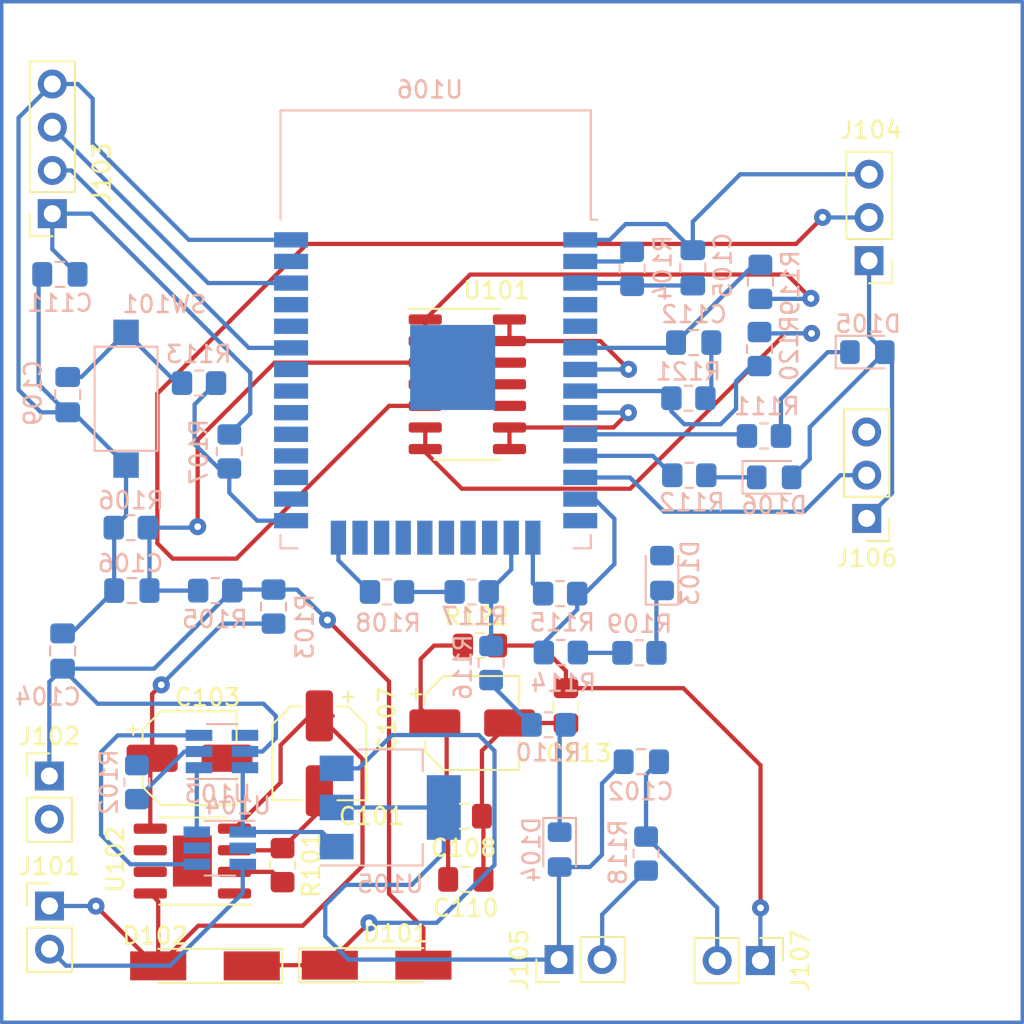
<source format=kicad_pcb>
(kicad_pcb (version 20211014) (generator pcbnew)
  (layers (0 "F.Cu" signal) (31 "B.Cu" signal) (34 "B.Paste" user) (35 "F.Paste" user) (36 "B.SilkS" user "B.Silkscreen") (37 "F.SilkS" user "F.Silkscreen") (38 "B.Mask" user) (39 "F.Mask" user) (44 "Edge.Cuts" user))
  (net 0 "")
  (net 1 "Net-(D102-Pad2)")
  (net 2 "GND1")
  (net 3 "+3V3")
  (net 4 "GND")
  (net 5 "Net-(C103-Pad1)")
  (net 6 "BAT+")
  (net 7 "Net-(C105-Pad2)")
  (net 8 "/VBAT")
  (net 9 "Net-(C109-Pad2)")
  (net 10 "Net-(D101-Pad1)")
  (net 11 "Net-(D103-Pad1)")
  (net 12 "Net-(D104-Pad1)")
  (net 13 "Net-(D105-Pad1)")
  (net 14 "Net-(D106-Pad1)")
  (net 15 "/SDA")
  (net 16 "/SCL")
  (net 17 "Net-(R101-Pad2)")
  (net 18 "Net-(R102-Pad2)")
  (net 19 "/IO0")
  (net 20 "Net-(R108-Pad1)")
  (net 21 "/CHRG")
  (net 22 "/STDBY")
  (net 23 "/ST")
  (net 24 "/LED4")
  (net 25 "/VBAT_ADC")
  (net 26 "Net-(C113-Pad2)")
  (net 27 "Net-(J104-Pad2)")
  (net 28 "Net-(J105-Pad2)")
  (net 29 "/CHG")
  (net 30 "/STDB")
  (net 31 "Net-(R119-Pad1)")
  (net 32 "Net-(R120-Pad1)")
  (net 33 "/ADC_EXT")
  (net 34 "/LUX_ADC")
  (net 35 "/IN1")
  (net 36 "/SENS_SOLO")
  (net 38 "Net-(U103-Pad1)")
  (net 39 "Net-(U103-Pad3)")
  (net 45 "/IN2")
  (net 59 "/RX")
  (net 60 "/TX")
  (net 62 "/DHT")
  (footprint "Connector_PinHeader_2.54mm:PinHeader_1x02_P2.54mm_Vertical" (layer "F.Cu") (at 97.8175 142.51)
    (fp_text reference "J102")
    (fp_text value "BAT")
  )
  (footprint "Capacitor_SMD:C_0805_2012Metric_Pad1.18x1.45mm_HandSolder" (layer "F.Cu") (at 122.2125 144.8725)
    (fp_text reference "C108")
    (fp_text value "100nF")
  )
  (footprint "Capacitor_SMD:CP_Elec_5x3" (layer "F.Cu") (at 122.68 139.3925)
    (fp_text reference "C107")
    (fp_text value "10uF")
  )
  (footprint "Connector_PinHeader_2.54mm:PinHeader_1x02_P2.54mm_Vertical" (layer "F.Cu") (at 97.8275 150.15)
    (fp_text reference "J101")
    (fp_text value "VIN")
  )
  (footprint "Package_SO:SOIC-8-1EP_3.9x4.9mm_P1.27mm_EP2.29x3mm" (layer "F.Cu") (at 106.2275 147.51 180)
    (fp_text reference "U102")
    (fp_text value "TP4056")
  )
  (footprint "Connector_PinHeader_2.54mm:PinHeader_1x02_P2.54mm_Vertical" (layer "F.Cu") (at 127.7775 153.3 90)
    (fp_text reference "J105")
    (fp_text value "VIN")
  )
  (footprint "Connector_PinHeader_2.54mm:PinHeader_1x02_P2.54mm_Vertical" (layer "F.Cu") (at 139.6175 153.36 -90)
    (fp_text reference "J107")
    (fp_text value "solo")
  )
  (footprint "Resistor_SMD:R_0805_2012Metric_Pad1.20x1.40mm_HandSolder" (layer "F.Cu") (at 123.1275 134.84)
    (fp_text reference "R122")
    (fp_text value "12K")
  )
  (footprint "Resistor_SMD:R_0805_2012Metric_Pad1.20x1.40mm_HandSolder" (layer "F.Cu") (at 111.5275 147.75 -90)
    (fp_text reference "R101")
    (fp_text value "10k")
  )
  (footprint "Diode_SMD:D_MiniMELF_Handsoldering" (layer "F.Cu") (at 106.9675 153.67 180)
    (fp_text reference "D102")
    (fp_text value "M7")
  )
  (footprint "Connector_PinSocket_2.54mm:PinSocket_1x04_P2.54mm_Vertical" (layer "F.Cu") (at 97.9925 109.45 180)
    (fp_text reference "J103")
    (fp_text value "DISPLAY")
  )
  (footprint "Package_SO:SOIC-14_3.9x8.7mm_P1.27mm" (layer "F.Cu") (at 122.3925 119.48)
    (fp_text reference "U101")
    (fp_text value "LM324")
  )
  (footprint "Capacitor_SMD:CP_Elec_5x3" (layer "F.Cu") (at 106.0625 141.465)
    (fp_text reference "C103")
    (fp_text value "10uF")
  )
  (footprint "Diode_SMD:D_MiniMELF_Handsoldering" (layer "F.Cu") (at 117.0575 153.63)
    (fp_text reference "D101")
    (fp_text value "M7")
  )
  (footprint "Connector_PinHeader_2.54mm:PinHeader_1x03_P2.54mm_Vertical" (layer "F.Cu") (at 145.8675 127.365 180)
    (fp_text reference "J106")
    (fp_text value "SENSOR_DHT")
  )
  (footprint "Capacitor_SMD:CP_Elec_5x3" (layer "F.Cu") (at 113.6925 141.175 -90)
    (fp_text reference "C101")
    (fp_text value "10uF")
  )
  (footprint "Capacitor_SMD:C_0805_2012Metric_Pad1.18x1.45mm_HandSolder" (layer "F.Cu") (at 128.1875 138.3825 90)
    (fp_text reference "C113")
    (fp_text value "100nF")
  )
  (footprint "Capacitor_SMD:C_0805_2012Metric_Pad1.18x1.45mm_HandSolder" (layer "F.Cu") (at 122.3 148.59 180)
    (fp_text reference "C110")
    (fp_text value "100nF")
  )
  (footprint "Connector_PinHeader_2.54mm:PinHeader_1x03_P2.54mm_Vertical" (layer "F.Cu") (at 146.0075 112.215 180)
    (fp_text reference "J104")
    (fp_text value "EXT")
  )
  (footprint "Capacitor_SMD:C_0805_2012Metric_Pad1.18x1.45mm_HandSolder" (layer "B.Cu") (at 135.6475 112.635 -90)
    (fp_text reference "C105")
    (fp_text value "100nF")
  )
  (footprint "Resistor_SMD:R_0805_2012Metric_Pad1.20x1.40mm_HandSolder" (layer "B.Cu") (at 132.8975 147.07 90)
    (fp_text reference "R118")
    (fp_text value "12K")
  )
  (footprint "Resistor_SMD:R_0805_2012Metric_Pad1.20x1.40mm_HandSolder" (layer "B.Cu") (at 102.605 127.91 180)
    (fp_text reference "R106")
    (fp_text value "R")
  )
  (footprint "Resistor_SMD:R_0805_2012Metric_Pad1.20x1.40mm_HandSolder" (layer "B.Cu") (at 139.6175 113.46 90)
    (fp_text reference "R119")
    (fp_text value "12K")
  )
  (footprint "Capacitor_SMD:C_0805_2012Metric_Pad1.18x1.45mm_HandSolder" (layer "B.Cu") (at 132.62 141.67)
    (fp_text reference "C102")
    (fp_text value "100nF")
  )
  (footprint "Resistor_SMD:R_0805_2012Metric_Pad1.20x1.40mm_HandSolder" (layer "B.Cu") (at 117.6675 131.69)
    (fp_text reference "R108")
    (fp_text value "4k7")
  )
  (footprint "Resistor_SMD:R_0805_2012Metric_Pad1.20x1.40mm_HandSolder" (layer "B.Cu") (at 102.9675 142.87 -90)
    (fp_text reference "R102")
    (fp_text value "1k")
  )
  (footprint "Capacitor_SMD:C_0805_2012Metric_Pad1.18x1.45mm_HandSolder" (layer "B.Cu") (at 102.6675 131.61 180)
    (fp_text reference "C106")
    (fp_text value "100nF")
  )
  (footprint "Resistor_SMD:R_0805_2012Metric_Pad1.20x1.40mm_HandSolder" (layer "B.Cu") (at 107.5675 131.61 180)
    (fp_text reference "R105")
    (fp_text value "R")
  )
  (footprint "Capacitor_SMD:C_0805_2012Metric_Pad1.18x1.45mm_HandSolder" (layer "B.Cu") (at 98.8975 120.09 90)
    (fp_text reference "C109")
    (fp_text value "1nF")
  )
  (footprint "Capacitor_SMD:C_0805_2012Metric_Pad1.18x1.45mm_HandSolder" (layer "B.Cu") (at 98.4375 113.02)
    (fp_text reference "C111")
    (fp_text value "100nF")
  )
  (footprint "Resistor_SMD:R_0805_2012Metric_Pad1.20x1.40mm_HandSolder" (layer "B.Cu") (at 135.3875 120.3 180)
    (fp_text reference "R121")
    (fp_text value "0R")
  )
  (footprint "Button_Switch_SMD:SW_SPST_CK_RS282G05A3" (layer "B.Cu") (at 102.3275 120.33 90)
    (fp_text reference "SW101")
    (fp_text value "BOOT")
  )
  (footprint "Package_TO_SOT_SMD:SOT-23-6_Handsoldering" (layer "B.Cu") (at 107.8375 146.75 180)
    (fp_text reference "U104")
    (fp_text value "FS8205A")
  )
  (footprint "LED_SMD:LED_0805_2012Metric_Pad1.15x1.40mm_HandSolder" (layer "B.Cu") (at 140.4275 124.95)
    (fp_text reference "D106")
    (fp_text value "LED4")
  )
  (footprint "LED_SMD:LED_0805_2012Metric_Pad1.15x1.40mm_HandSolder" (layer "B.Cu") (at 133.8375 130.5775 90)
    (fp_text reference "D103")
    (fp_text value "LED1")
  )
  (footprint "Resistor_SMD:R_0805_2012Metric_Pad1.20x1.40mm_HandSolder" (layer "B.Cu") (at 127.8875 135.25 180)
    (fp_text reference "R114")
    (fp_text value "R")
  )
  (footprint "Resistor_SMD:R_0805_2012Metric_Pad1.20x1.40mm_HandSolder" (layer "B.Cu") (at 108.3975 123.43 -90)
    (fp_text reference "R107")
    (fp_text value "4k7")
  )
  (footprint "Resistor_SMD:R_0805_2012Metric_Pad1.20x1.40mm_HandSolder" (layer "B.Cu") (at 127.8475 131.79 180)
    (fp_text reference "R115")
    (fp_text value "R")
  )
  (footprint "Resistor_SMD:R_0805_2012Metric_Pad1.20x1.40mm_HandSolder" (layer "B.Cu") (at 132.5075 135.27 180)
    (fp_text reference "R109")
    (fp_text value "R")
  )
  (footprint "Resistor_SMD:R_0805_2012Metric_Pad1.20x1.40mm_HandSolder" (layer "B.Cu") (at 122.6475 131.69 180)
    (fp_text reference "R117")
    (fp_text value "R")
  )
  (footprint "Resistor_SMD:R_0805_2012Metric_Pad1.20x1.40mm_HandSolder" (layer "B.Cu") (at 132.0775 112.695 -90)
    (fp_text reference "R104")
    (fp_text value "12K")
  )
  (footprint "Resistor_SMD:R_0805_2012Metric_Pad1.20x1.40mm_HandSolder" (layer "B.Cu") (at 135.4375 124.83 180)
    (fp_text reference "R112")
    (fp_text value "R")
  )
  (footprint "Resistor_SMD:R_0805_2012Metric_Pad1.20x1.40mm_HandSolder" (layer "B.Cu") (at 106.6175 119.41)
    (fp_text reference "R113")
    (fp_text value "470")
  )
  (footprint "LED_SMD:LED_0805_2012Metric_Pad1.15x1.40mm_HandSolder" (layer "B.Cu") (at 145.9075 117.59)
    (fp_text reference "D105")
    (fp_text value "LED3")
  )
  (footprint "Package_TO_SOT_SMD:SOT-223-3_TabPin2" (layer "B.Cu") (at 117.8575 144.36)
    (fp_text reference "U105")
    (fp_text value "AMS1117-3.3")
  )
  (footprint "RF_Module:ESP32-WROOM-32" (layer "B.Cu") (at 120.5275 119.245 180)
    (fp_text reference "U106")
    (fp_text value "ESP32-WROOM-32")
  )
  (footprint "Capacitor_SMD:C_0805_2012Metric_Pad1.18x1.45mm_HandSolder" (layer "B.Cu") (at 135.6975 117.03 180)
    (fp_text reference "C112")
    (fp_text value "100nF")
  )
  (footprint "Resistor_SMD:R_0805_2012Metric_Pad1.20x1.40mm_HandSolder" (layer "B.Cu") (at 110.9975 132.55 -90)
    (fp_text reference "R103")
    (fp_text value "100")
  )
  (footprint "Package_TO_SOT_SMD:SOT-23-6_Handsoldering" (layer "B.Cu") (at 107.9675 141.07)
    (fp_text reference "U103")
    (fp_text value "DW01")
  )
  (footprint "Capacitor_SMD:C_0805_2012Metric_Pad1.18x1.45mm_HandSolder" (layer "B.Cu") (at 98.5975 135.1625 90)
    (fp_text reference "C104")
    (fp_text value "100nF")
  )
  (footprint "Resistor_SMD:R_0805_2012Metric_Pad1.20x1.40mm_HandSolder" (layer "B.Cu") (at 139.5675 117.41 -90)
    (fp_text reference "R120")
    (fp_text value "OPEN")
  )
  (footprint "Resistor_SMD:R_0805_2012Metric_Pad1.20x1.40mm_HandSolder" (layer "B.Cu") (at 139.8275 122.52 180)
    (fp_text reference "R111")
    (fp_text value "R")
  )
  (footprint "Resistor_SMD:R_0805_2012Metric_Pad1.20x1.40mm_HandSolder" (layer "B.Cu") (at 127.1675 139.5 180)
    (fp_text reference "R110")
    (fp_text value "R")
  )
  (footprint "Resistor_SMD:R_0805_2012Metric_Pad1.20x1.40mm_HandSolder" (layer "B.Cu") (at 123.7875 135.87 90)
    (fp_text reference "R116")
    (fp_text value "R")
  )
  (footprint "LED_SMD:LED_0805_2012Metric_Pad1.15x1.40mm_HandSolder" (layer "B.Cu") (at 127.8175 146.835 -90)
    (fp_text reference "D104")
    (fp_text value "LED2")
  )
  (gr_rect (start 95.0175 96.99) (end 155.0175 156.99) (layer "F.Cu") (width 0.2) (fill none))
  (gr_rect (start 95.0175 156.99) (end 155.0175 96.99) (layer "B.Cu") (width 0.2) (fill none))
  (segment (start 103.7525 149.415) (end 103.7525 149.545) (width 0.25) (layer "F.Cu") (net 1))
  (segment (start 103.7525 149.415) (end 103.7525 149.565) (width 0.25) (layer "F.Cu") (net 1))
  (segment (start 113.1325 138.975) (end 113.6925 138.975) (width 0.25) (layer "F.Cu") (net 1))
  (segment (start 106.5775 151.31) (end 104.2175 153.67) (width 0.25) (layer "F.Cu") (net 1))
  (segment (start 100.5575 150.16) (end 104.0675 153.67) (width 0.25) (layer "F.Cu") (net 1))
  (segment (start 113.6925 138.975) (end 116.2275 141.51) (width 0.25) (layer "F.Cu") (net 1))
  (segment (start 112.7175 151.31) (end 106.5775 151.31) (width 0.25) (layer "F.Cu") (net 1))
  (segment (start 114.4725 138.975) (end 113.6925 138.975) (width 0.25) (layer "F.Cu") (net 1))
  (segment (start 108.7025 145.605) (end 111.4125 142.895) (width 0.25) (layer "F.Cu") (net 1))
  (segment (start 104.2175 153.67) (end 104.2175 149.88) (width 0.25) (layer "F.Cu") (net 1))
  (segment (start 104.0675 153.67) (end 104.2175 153.67) (width 0.25) (layer "F.Cu") (net 1))
  (segment (start 116.2275 147.8) (end 112.7175 151.31) (width 0.25) (layer "F.Cu") (net 1))
  (segment (start 111.4125 140.695) (end 113.1325 138.975) (width 0.25) (layer "F.Cu") (net 1))
  (segment (start 104.2175 149.88) (end 103.7525 149.415) (width 0.25) (layer "F.Cu") (net 1))
  (segment (start 111.4125 142.895) (end 111.4125 140.695) (width 0.25) (layer "F.Cu") (net 1))
  (segment (start 116.2275 141.51) (end 116.2275 147.8) (width 0.25) (layer "F.Cu") (net 1))
  (via (at 100.5575 150.16) (size 1) (drill 0.4) (layers "F.Cu" "B.Cu") (net 1))
  (segment (start 97.8275 150.15) (end 100.5475 150.15) (width 0.25) (layer "B.Cu") (net 1))
  (segment (start 100.5475 150.15) (end 100.5575 150.16) (width 0.25) (layer "B.Cu") (net 1))
  (segment (start 113.6925 144.585) (end 111.5275 146.75) (width 0.25) (layer "F.Cu") (net 2))
  (segment (start 111.4025 146.875) (end 111.5275 146.75) (width 0.25) (layer "F.Cu") (net 2))
  (segment (start 113.6925 143.375) (end 113.6925 144.585) (width 0.25) (layer "F.Cu") (net 2))
  (segment (start 108.7025 146.875) (end 111.4025 146.875) (width 0.25) (layer "F.Cu") (net 2))
  (segment (start 104.9175 153.66) (end 109.1875 149.39) (width 0.25) (layer "B.Cu") (net 2))
  (segment (start 109.1875 149.39) (end 109.1875 147.7) (width 0.25) (layer "B.Cu") (net 2))
  (segment (start 97.8275 152.69) (end 98.7975 153.66) (width 0.25) (layer "B.Cu") (net 2))
  (segment (start 98.7975 153.66) (end 104.9175 153.66) (width 0.25) (layer "B.Cu") (net 2))
  (segment (start 122.1275 134.84) (end 120.4375 134.84) (width 0.25) (layer "F.Cu") (net 3))
  (segment (start 119.6475 138.56) (end 120.48 139.3925) (width 0.25) (layer "F.Cu") (net 3))
  (segment (start 120.4375 134.84) (end 119.6475 135.63) (width 0.25) (layer "F.Cu") (net 3))
  (segment (start 121.2625 144.96) (end 121.175 144.8725) (width 0.25) (layer "F.Cu") (net 3))
  (segment (start 121.175 140.0875) (end 120.48 139.3925) (width 0.25) (layer "F.Cu") (net 3))
  (segment (start 121.2625 148.59) (end 121.2625 144.96) (width 0.25) (layer "F.Cu") (net 3))
  (segment (start 121.175 144.8725) (end 121.175 140.0875) (width 0.25) (layer "F.Cu") (net 3))
  (segment (start 120.48 139.3925) (end 120.38 139.4925) (width 0.25) (layer "F.Cu") (net 3))
  (segment (start 119.6475 135.63) (end 119.6475 138.56) (width 0.25) (layer "F.Cu") (net 3))
  (segment (start 115.4075 153.3) (end 114.0375 151.93) (width 0.25) (layer "B.Cu") (net 3))
  (segment (start 108.3975 122.43) (end 109.6275 121.2) (width 0.25) (layer "B.Cu") (net 3))
  (segment (start 130.3075 147.14) (end 129.5875 147.86) (width 0.25) (layer "B.Cu") (net 3))
  (segment (start 121.0075 147.02) (end 121.0075 144.36) (width 0.25) (layer "B.Cu") (net 3))
  (segment (start 141.4525 124.95) (end 142.5175 123.885) (width 0.25) (layer "B.Cu") (net 3))
  (segment (start 142.5175 122.005) (end 146.9325 117.59) (width 0.25) (layer "B.Cu") (net 3))
  (segment (start 97.9925 111.5375) (end 97.9925 109.45) (width 0.25) (layer "B.Cu") (net 3))
  (segment (start 99.475 113.02) (end 97.9925 111.5375) (width 0.25) (layer "B.Cu") (net 3))
  (segment (start 130.3075 142.945) (end 130.3075 147.14) (width 0.25) (layer "B.Cu") (net 3))
  (segment (start 131.5125 112.26) (end 129.0275 112.26) (width 0.25) (layer "B.Cu") (net 3))
  (segment (start 109.6275 121.2) (end 109.6275 118.8) (width 0.25) (layer "B.Cu") (net 3))
  (segment (start 142.5175 123.885) (end 142.5175 122.005) (width 0.25) (layer "B.Cu") (net 3))
  (segment (start 127.7775 147.9) (end 127.7775 153.3) (width 0.25) (layer "B.Cu") (net 3))
  (segment (start 147.3575 118.015) (end 146.9325 117.59) (width 0.25) (layer "B.Cu") (net 3))
  (segment (start 146.9325 117.59) (end 146.0075 116.665) (width 0.25) (layer "B.Cu") (net 3))
  (segment (start 119.1175 148.91) (end 121.0075 147.02) (width 0.25) (layer "B.Cu") (net 3))
  (segment (start 114.7075 144.36) (end 121.0075 144.36) (width 0.25) (layer "B.Cu") (net 3))
  (segment (start 100.2775 109.45) (end 97.9925 109.45) (width 0.25) (layer "B.Cu") (net 3))
  (segment (start 145.8675 127.365) (end 147.3575 125.875) (width 0.25) (layer "B.Cu") (net 3))
  (segment (start 114.0375 151.93) (end 114.0375 150.1) (width 0.25) (layer "B.Cu") (net 3))
  (segment (start 131.5825 141.67) (end 130.3075 142.945) (width 0.25) (layer "B.Cu") (net 3))
  (segment (start 127.8175 147.86) (end 127.7775 147.9) (width 0.25) (layer "B.Cu") (net 3))
  (segment (start 109.6275 118.8) (end 100.2775 109.45) (width 0.25) (layer "B.Cu") (net 3))
  (segment (start 115.2275 148.91) (end 119.1175 148.91) (width 0.25) (layer "B.Cu") (net 3))
  (segment (start 129.5875 147.86) (end 127.8175 147.86) (width 0.25) (layer "B.Cu") (net 3))
  (segment (start 132.0775 111.695) (end 131.5125 112.26) (width 0.25) (layer "B.Cu") (net 3))
  (segment (start 127.7775 153.3) (end 115.4075 153.3) (width 0.25) (layer "B.Cu") (net 3))
  (segment (start 146.0075 116.665) (end 146.0075 112.215) (width 0.25) (layer "B.Cu") (net 3))
  (segment (start 114.0375 150.1) (end 115.2275 148.91) (width 0.25) (layer "B.Cu") (net 3))
  (segment (start 147.3575 125.875) (end 147.3575 118.015) (width 0.25) (layer "B.Cu") (net 3))
  (segment (start 123.25 141.0225) (end 124.88 139.3925) (width 0.25) (layer "F.Cu") (net 4))
  (segment (start 123.3375 144.96) (end 123.25 144.8725) (width 0.25) (layer "F.Cu") (net 4))
  (segment (start 128.16 139.3925) (end 124.88 139.3925) (width 0.25) (layer "F.Cu") (net 4))
  (segment (start 128.1875 139.42) (end 128.16 139.3925) (width 0.25) (layer "F.Cu") (net 4))
  (segment (start 123.3375 148.59) (end 123.3375 144.96) (width 0.25) (layer "F.Cu") (net 4))
  (segment (start 123.25 144.8725) (end 123.25 141.0225) (width 0.25) (layer "F.Cu") (net 4))
  (segment (start 100.3675 102.7) (end 100.3675 105.34) (width 0.25) (layer "B.Cu") (net 4))
  (segment (start 97.325 121.1275) (end 98.8975 121.1275) (width 0.25) (layer "B.Cu") (net 4))
  (segment (start 132.8975 146.07) (end 132.8975 142.43) (width 0.25) (layer "B.Cu") (net 4))
  (segment (start 98.8975 121.1275) (end 99.225 121.1275) (width 0.25) (layer "B.Cu") (net 4))
  (segment (start 98.835 121.1275) (end 98.8975 121.1275) (width 0.25) (layer "B.Cu") (net 4))
  (segment (start 97.9925 101.83) (end 96.0075 103.815) (width 0.25) (layer "B.Cu") (net 4))
  (segment (start 126.2425 131.185) (end 126.2425 128.5) (width 0.25) (layer "B.Cu") (net 4))
  (segment (start 134.11 110.06) (end 131.6975 110.06) (width 0.25) (layer "B.Cu") (net 4))
  (segment (start 98.5975 134.125) (end 99.115 134.125) (width 0.25) (layer "B.Cu") (net 4))
  (segment (start 97.1875 119.48) (end 98.835 121.1275) (width 0.25) (layer "B.Cu") (net 4))
  (segment (start 102.3275 124.23) (end 102.3275 127.1875) (width 0.25) (layer "B.Cu") (net 4))
  (segment (start 99.225 121.1275) (end 102.3275 124.23) (width 0.25) (layer "B.Cu") (net 4))
  (segment (start 97.1875 113.2325) (end 97.1875 119.48) (width 0.25) (layer "B.Cu") (net 4))
  (segment (start 96.0075 103.815) (end 96.0075 119.81) (width 0.25) (layer "B.Cu") (net 4))
  (segment (start 97.9925 101.83) (end 99.4975 101.83) (width 0.25) (layer "B.Cu") (net 4))
  (segment (start 136.735 119.9525) (end 136.735 117.03) (width 0.25) (layer "B.Cu") (net 4))
  (segment (start 136.3975 120.55) (end 136.735 120.2125) (width 0.25) (layer "B.Cu") (net 4))
  (segment (start 113.8475 145.8) (end 109.1875 145.8) (width 0.25) (layer "B.Cu") (net 4))
  (segment (start 130.7675 110.99) (end 129.0275 110.99) (width 0.25) (layer "B.Cu") (net 4))
  (segment (start 132.8975 142.43) (end 133.6575 141.67) (width 0.25) (layer "B.Cu") (net 4))
  (segment (start 137.0775 153.36) (end 137.0775 150.25) (width 0.25) (layer "B.Cu") (net 4))
  (segment (start 135.6475 111.5975) (end 135.6475 109.92) (width 0.25) (layer "B.Cu") (net 4))
  (segment (start 136.3875 120.3) (end 136.735 119.9525) (width 0.25) (layer "B.Cu") (net 4))
  (segment (start 114.7075 146.66) (end 113.8475 145.8) (width 0.25) (layer "B.Cu") (net 4))
  (segment (start 101.63 127.935) (end 101.605 127.91) (width 0.25) (layer "B.Cu") (net 4))
  (segment (start 131.6975 110.06) (end 130.7675 110.99) (width 0.25) (layer "B.Cu") (net 4))
  (segment (start 118.6675 131.69) (end 121.6475 131.69) (width 0.25) (layer "B.Cu") (net 4))
  (segment (start 98.4625 134.125) (end 98.5975 134.125) (width 0.25) (layer "B.Cu") (net 4))
  (segment (start 100.3675 105.34) (end 106.0175 110.99) (width 0.25) (layer "B.Cu") (net 4))
  (segment (start 106.0175 110.99) (end 112.0275 110.99) (width 0.25) (layer "B.Cu") (net 4))
  (segment (start 97.4 113.02) (end 97.1875 113.2325) (width 0.25) (layer "B.Cu") (net 4))
  (segment (start 101.63 131.61) (end 101.63 127.935) (width 0.25) (layer "B.Cu") (net 4))
  (segment (start 137.0775 150.25) (end 132.8975 146.07) (width 0.25) (layer "B.Cu") (net 4))
  (segment (start 135.6475 111.5975) (end 134.11 110.06) (width 0.25) (layer "B.Cu") (net 4))
  (segment (start 138.4325 107.135) (end 146.0075 107.135) (width 0.25) (layer "B.Cu") (net 4))
  (segment (start 109.1875 142.15) (end 109.3175 142.02) (width 0.25) (layer "B.Cu") (net 4))
  (segment (start 109.1875 145.8) (end 109.1875 142.15) (width 0.25) (layer "B.Cu") (net 4))
  (segment (start 102.3275 127.1875) (end 101.605 127.91) (width 0.25) (layer "B.Cu") (net 4))
  (segment (start 135.6475 109.92) (end 138.4325 107.135) (width 0.25) (layer "B.Cu") (net 4))
  (segment (start 126.8475 131.79) (end 126.2425 131.185) (width 0.25) (layer "B.Cu") (net 4))
  (segment (start 99.115 134.125) (end 101.63 131.61) (width 0.25) (layer "B.Cu") (net 4))
  (segment (start 99.4975 101.83) (end 100.3675 102.7) (width 0.25) (layer "B.Cu") (net 4))
  (segment (start 96.0075 119.81) (end 97.325 121.1275) (width 0.25) (layer "B.Cu") (net 4))
  (segment (start 103.8625 137.685) (end 104.3975 137.15) (width 0.25) (layer "F.Cu") (net 5))
  (segment (start 103.8625 141.465) (end 103.8625 137.685) (width 0.25) (layer "F.Cu") (net 5))
  (segment (start 103.7525 145.605) (end 103.7525 141.575) (width 0.25) (layer "F.Cu") (net 5))
  (segment (start 103.9225 141.035) (end 103.7525 141.205) (width 0.25) (layer "F.Cu") (net 5))
  (segment (start 103.7525 141.575) (end 103.8625 141.465) (width 0.25) (layer "F.Cu") (net 5))
  (via (at 104.3975 137.15) (size 1) (drill 0.4) (layers "F.Cu" "B.Cu") (net 5))
  (segment (start 107.9975 133.55) (end 104.3975 137.15) (width 0.25) (layer "B.Cu") (net 5))
  (segment (start 110.9975 133.55) (end 107.9975 133.55) (width 0.25) (layer "B.Cu") (net 5))
  (segment (start 117.7875 136.96) (end 114.1675 133.34) (width 0.25) (layer "F.Cu") (net 6))
  (segment (start 117.7875 149.43) (end 117.7875 136.96) (width 0.25) (layer "F.Cu") (net 6))
  (segment (start 119.8075 153.63) (end 119.8075 151.45) (width 0.25) (layer "F.Cu") (net 6))
  (segment (start 119.8075 151.45) (end 117.7875 149.43) (width 0.25) (layer "F.Cu") (net 6))
  (via (at 114.1675 133.34) (size 1) (drill 0.4) (layers "F.Cu" "B.Cu") (net 6))
  (segment (start 111.1375 138.99) (end 110.4075 138.26) (width 0.25) (layer "B.Cu") (net 6))
  (segment (start 98.5975 136.2) (end 103.9775 136.2) (width 0.25) (layer "B.Cu") (net 6))
  (segment (start 97.8175 142.51) (end 97.8175 136.98) (width 0.25) (layer "B.Cu") (net 6))
  (segment (start 109.3175 141.07) (end 110.3475 141.07) (width 0.25) (layer "B.Cu") (net 6))
  (segment (start 110.9975 131.55) (end 108.6275 131.55) (width 0.25) (layer "B.Cu") (net 6))
  (segment (start 100.6575 138.26) (end 98.5975 136.2) (width 0.25) (layer "B.Cu") (net 6))
  (segment (start 112.3775 131.55) (end 114.1675 133.34) (width 0.25) (layer "B.Cu") (net 6))
  (segment (start 97.8175 136.98) (end 98.5975 136.2) (width 0.25) (layer "B.Cu") (net 6))
  (segment (start 110.3475 141.07) (end 111.1375 140.28) (width 0.25) (layer "B.Cu") (net 6))
  (segment (start 103.9775 136.2) (end 108.5675 131.61) (width 0.25) (layer "B.Cu") (net 6))
  (segment (start 108.6275 131.55) (end 108.5675 131.61) (width 0.25) (layer "B.Cu") (net 6))
  (segment (start 111.1375 140.28) (end 111.1375 138.99) (width 0.25) (layer "B.Cu") (net 6))
  (segment (start 110.9975 131.55) (end 112.3775 131.55) (width 0.25) (layer "B.Cu") (net 6))
  (segment (start 110.4075 138.26) (end 100.6575 138.26) (width 0.25) (layer "B.Cu") (net 6))
  (segment (start 132.0775 113.695) (end 131.9125 113.53) (width 0.25) (layer "B.Cu") (net 7))
  (segment (start 131.9125 113.53) (end 129.0275 113.53) (width 0.25) (layer "B.Cu") (net 7))
  (segment (start 132.1 113.6725) (end 132.0775 113.695) (width 0.25) (layer "B.Cu") (net 7))
  (segment (start 135.6475 113.6725) (end 132.1 113.6725) (width 0.25) (layer "B.Cu") (net 7))
  (segment (start 106.5375 127.85) (end 106.5375 122.74) (width 0.25) (layer "F.Cu") (net 8))
  (segment (start 106.5375 122.74) (end 111.0675 118.21) (width 0.25) (layer "F.Cu") (net 8))
  (segment (start 111.0675 118.21) (end 119.9175 118.21) (width 0.25) (layer "F.Cu") (net 8))
  (via (at 106.5375 127.85) (size 1) (drill 0.4) (layers "F.Cu" "B.Cu") (net 8))
  (segment (start 103.725 131.59) (end 103.705 131.61) (width 0.25) (layer "B.Cu") (net 8))
  (segment (start 103.705 131.61) (end 106.5675 131.61) (width 0.25) (layer "B.Cu") (net 8))
  (segment (start 103.705 128.01) (end 103.605 127.91) (width 0.25) (layer "B.Cu") (net 8))
  (segment (start 103.705 131.61) (end 103.705 128.01) (width 0.25) (layer "B.Cu") (net 8))
  (segment (start 106.5375 127.85) (end 106.4775 127.91) (width 0.25) (layer "B.Cu") (net 8))
  (segment (start 106.4775 127.91) (end 103.605 127.91) (width 0.25) (layer "B.Cu") (net 8))
  (segment (start 105.3075 119.41) (end 105.6175 119.41) (width 0.25) (layer "B.Cu") (net 9))
  (segment (start 102.3275 116.43) (end 99.705 119.0525) (width 0.25) (layer "B.Cu") (net 9))
  (segment (start 99.705 119.0525) (end 98.8975 119.0525) (width 0.25) (layer "B.Cu") (net 9))
  (segment (start 102.3275 116.43) (end 105.3075 119.41) (width 0.25) (layer "B.Cu") (net 9))
  (segment (start 114.3075 153.63) (end 109.7575 153.63) (width 0.25) (layer "F.Cu") (net 10))
  (segment (start 109.7575 153.63) (end 109.7175 153.67) (width 0.25) (layer "F.Cu") (net 10))
  (segment (start 116.6075 151.14) (end 114.3075 153.44) (width 0.25) (layer "F.Cu") (net 10))
  (segment (start 114.3075 153.44) (end 114.3075 153.63) (width 0.25) (layer "F.Cu") (net 10))
  (via (at 116.6075 151.14) (size 1) (drill 0.4) (layers "F.Cu" "B.Cu") (net 10))
  (segment (start 120.5875 151.14) (end 116.6075 151.14) (width 0.25) (layer "B.Cu") (net 10))
  (segment (start 123.0575 140.1) (end 123.9875 141.03) (width 0.25) (layer "B.Cu") (net 10))
  (segment (start 117.9675 140.1) (end 123.0575 140.1) (width 0.25) (layer "B.Cu") (net 10))
  (segment (start 123.9875 147.74) (end 120.5875 151.14) (width 0.25) (layer "B.Cu") (net 10))
  (segment (start 116.0075 142.06) (end 117.9675 140.1) (width 0.25) (layer "B.Cu") (net 10))
  (segment (start 123.9875 141.03) (end 123.9875 147.74) (width 0.25) (layer "B.Cu") (net 10))
  (segment (start 114.7075 142.06) (end 116.0075 142.06) (width 0.25) (layer "B.Cu") (net 10))
  (segment (start 133.5075 131.9325) (end 133.8375 131.6025) (width 0.25) (layer "B.Cu") (net 11))
  (segment (start 133.5075 135.27) (end 133.5075 131.9325) (width 0.25) (layer "B.Cu") (net 11))
  (segment (start 127.8175 139.85) (end 128.1675 139.5) (width 0.25) (layer "B.Cu") (net 12))
  (segment (start 127.8175 145.81) (end 127.8175 139.85) (width 0.25) (layer "B.Cu") (net 12))
  (segment (start 144.8825 117.59) (end 143.5775 117.59) (width 0.25) (layer "B.Cu") (net 13))
  (segment (start 143.5775 117.59) (end 140.8275 120.34) (width 0.25) (layer "B.Cu") (net 13))
  (segment (start 140.8275 120.34) (end 140.8275 122.52) (width 0.25) (layer "B.Cu") (net 13))
  (segment (start 139.4025 124.95) (end 136.5575 124.95) (width 0.25) (layer "B.Cu") (net 14))
  (segment (start 136.5575 124.95) (end 136.4375 124.83) (width 0.25) (layer "B.Cu") (net 14))
  (segment (start 97.9925 106.91) (end 99.1075 106.91) (width 0.25) (layer "B.Cu") (net 15))
  (segment (start 109.5375 117.34) (end 112.0275 117.34) (width 0.25) (layer "B.Cu") (net 15))
  (segment (start 99.1075 106.91) (end 109.5375 117.34) (width 0.25) (layer "B.Cu") (net 15))
  (segment (start 97.9925 104.37) (end 107.1525 113.53) (width 0.25) (layer "B.Cu") (net 16))
  (segment (start 107.1525 113.53) (end 112.0275 113.53) (width 0.25) (layer "B.Cu") (net 16))
  (segment (start 110.9225 148.145) (end 111.5275 148.75) (width 0.25) (layer "F.Cu") (net 17))
  (segment (start 108.7025 148.145) (end 110.9225 148.145) (width 0.25) (layer "F.Cu") (net 17))
  (segment (start 102.9675 143.87) (end 105.7675 141.07) (width 0.25) (layer "B.Cu") (net 18))
  (segment (start 105.7675 141.07) (end 106.6175 141.07) (width 0.25) (layer "B.Cu") (net 18))
  (segment (start 107.7875 124.43) (end 106.3575 123) (width 0.25) (layer "B.Cu") (net 19))
  (segment (start 106.3575 123) (end 106.3575 120.67) (width 0.25) (layer "B.Cu") (net 19))
  (segment (start 106.3575 120.67) (end 107.6175 119.41) (width 0.25) (layer "B.Cu") (net 19))
  (segment (start 108.3975 125.86) (end 108.3975 124.43) (width 0.25) (layer "B.Cu") (net 19))
  (segment (start 107.6575 119.45) (end 107.6175 119.41) (width 0.25) (layer "B.Cu") (net 19))
  (segment (start 108.3975 124.43) (end 107.7875 124.43) (width 0.25) (layer "B.Cu") (net 19))
  (segment (start 110.0375 127.5) (end 108.3975 125.86) (width 0.25) (layer "B.Cu") (net 19))
  (segment (start 112.0275 127.5) (end 110.0375 127.5) (width 0.25) (layer "B.Cu") (net 19))
  (segment (start 114.8125 129.835) (end 114.8125 128.5) (width 0.25) (layer "B.Cu") (net 20))
  (segment (start 116.6675 131.69) (end 114.8125 129.835) (width 0.25) (layer "B.Cu") (net 20))
  (segment (start 128.9075 135.27) (end 128.8875 135.25) (width 0.25) (layer "B.Cu") (net 21))
  (segment (start 131.5075 135.27) (end 128.9075 135.27) (width 0.25) (layer "B.Cu") (net 21))
  (segment (start 123.7875 137.12) (end 123.7875 136.87) (width 0.25) (layer "B.Cu") (net 22))
  (segment (start 126.1675 139.5) (end 123.7875 137.12) (width 0.25) (layer "B.Cu") (net 22))
  (segment (start 138.8275 122.52) (end 138.7075 122.4) (width 0.25) (layer "B.Cu") (net 23))
  (segment (start 138.8275 122.52) (end 138.7275 122.42) (width 0.25) (layer "B.Cu") (net 23))
  (segment (start 138.7275 122.42) (end 129.0275 122.42) (width 0.25) (layer "B.Cu") (net 23))
  (segment (start 129.0275 123.69) (end 133.2975 123.69) (width 0.25) (layer "B.Cu") (net 24))
  (segment (start 133.2975 123.69) (end 134.4375 124.83) (width 0.25) (layer "B.Cu") (net 24))
  (segment (start 134.66 117.03) (end 134.35 117.34) (width 0.25) (layer "B.Cu") (net 25))
  (segment (start 134.35 117.34) (end 129.0275 117.34) (width 0.25) (layer "B.Cu") (net 25))
  (segment (start 134.66 117.03) (end 134.36 116.73) (width 0.25) (layer "B.Cu") (net 25))
  (segment (start 139.23 112.46) (end 139.6175 112.46) (width 0.25) (layer "B.Cu") (net 25))
  (segment (start 134.66 117.03) (end 139.23 112.46) (width 0.25) (layer "B.Cu") (net 25))
  (segment (start 139.6275 141.88) (end 135.0925 137.345) (width 0.25) (layer "F.Cu") (net 26))
  (segment (start 139.6275 150.26) (end 139.6275 141.88) (width 0.25) (layer "F.Cu") (net 26))
  (segment (start 135.0925 137.345) (end 128.1875 137.345) (width 0.25) (layer "F.Cu") (net 26))
  (segment (start 124.1275 134.84) (end 126.6975 134.84) (width 0.25) (layer "F.Cu") (net 26))
  (segment (start 126.6975 134.84) (end 128.1875 136.33) (width 0.25) (layer "F.Cu") (net 26))
  (segment (start 128.1875 136.33) (end 128.1875 137.345) (width 0.25) (layer "F.Cu") (net 26))
  (via (at 139.6275 150.26) (size 1) (drill 0.4) (layers "F.Cu" "B.Cu") (net 26))
  (segment (start 139.6275 150.26) (end 139.6175 150.27) (width 0.25) (layer "B.Cu") (net 26))
  (segment (start 139.6175 150.27) (end 139.6175 153.36) (width 0.25) (layer "B.Cu") (net 26))
  (segment (start 112.9675 111.23) (end 141.7175 111.23) (width 0.25) (layer "F.Cu") (net 27))
  (segment (start 104.1675 120.03) (end 112.9675 111.23) (width 0.25) (layer "F.Cu") (net 27))
  (segment (start 108.8175 129.73) (end 105.0675 129.73) (width 0.25) (layer "F.Cu") (net 27))
  (segment (start 141.7175 111.23) (end 143.2775 109.67) (width 0.25) (layer "F.Cu") (net 27))
  (segment (start 119.9175 120.75) (end 117.7975 120.75) (width 0.25) (layer "F.Cu") (net 27))
  (segment (start 117.7975 120.75) (end 108.8175 129.73) (width 0.25) (layer "F.Cu") (net 27))
  (segment (start 104.1675 128.83) (end 104.1675 120.03) (width 0.25) (layer "F.Cu") (net 27))
  (segment (start 105.0675 129.73) (end 104.1675 128.83) (width 0.25) (layer "F.Cu") (net 27))
  (via (at 143.2775 109.67) (size 1) (drill 0.4) (layers "F.Cu" "B.Cu") (net 27))
  (segment (start 143.2825 109.675) (end 146.0075 109.675) (width 0.25) (layer "B.Cu") (net 27))
  (segment (start 143.2775 109.67) (end 143.2825 109.675) (width 0.25) (layer "B.Cu") (net 27))
  (segment (start 130.3175 153.3) (end 130.3175 150.65) (width 0.25) (layer "B.Cu") (net 28))
  (segment (start 130.3175 150.65) (end 132.8975 148.07) (width 0.25) (layer "B.Cu") (net 28))
  (segment (start 131.0375 130.05) (end 131.0375 127.39) (width 0.25) (layer "B.Cu") (net 29))
  (segment (start 129.2975 131.79) (end 131.0375 130.05) (width 0.25) (layer "B.Cu") (net 29))
  (segment (start 126.8875 135.25) (end 126.8875 134.68) (width 0.25) (layer "B.Cu") (net 29))
  (segment (start 126.8875 134.68) (end 128.8475 132.72) (width 0.25) (layer "B.Cu") (net 29))
  (segment (start 128.8475 131.79) (end 129.2975 131.79) (width 0.25) (layer "B.Cu") (net 29))
  (segment (start 129.8775 126.23) (end 129.0275 126.23) (width 0.25) (layer "B.Cu") (net 29))
  (segment (start 128.8475 132.72) (end 128.8475 131.79) (width 0.25) (layer "B.Cu") (net 29))
  (segment (start 131.0375 127.39) (end 129.8775 126.23) (width 0.25) (layer "B.Cu") (net 29))
  (segment (start 123.6475 131.69) (end 124.9725 130.365) (width 0.25) (layer "B.Cu") (net 30))
  (segment (start 124.9725 130.365) (end 124.9725 128.5) (width 0.25) (layer "B.Cu") (net 30))
  (segment (start 123.7875 131.83) (end 123.6475 131.69) (width 0.25) (layer "B.Cu") (net 30))
  (segment (start 123.7875 134.87) (end 123.7875 131.83) (width 0.25) (layer "B.Cu") (net 30))
  (segment (start 122.5575 113.03) (end 119.9175 115.67) (width 0.25) (layer "F.Cu") (net 31))
  (segment (start 142.5875 114.43) (end 141.1875 113.03) (width 0.25) (layer "F.Cu") (net 31))
  (segment (start 119.9175 116.94) (end 119.9175 115.67) (width 0.25) (layer "F.Cu") (net 31))
  (segment (start 141.1875 113.03) (end 122.5575 113.03) (width 0.25) (layer "F.Cu") (net 31))
  (via (at 142.5875 114.43) (size 1) (drill 0.4) (layers "F.Cu" "B.Cu") (net 31))
  (segment (start 142.5875 114.43) (end 142.5575 114.46) (width 0.25) (layer "B.Cu") (net 31))
  (segment (start 142.5575 114.46) (end 139.6175 114.46) (width 0.25) (layer "B.Cu") (net 31))
  (segment (start 119.9175 123.29) (end 119.9175 122.02) (width 0.25) (layer "F.Cu") (net 32))
  (segment (start 142.6275 116.49) (end 141.0975 116.49) (width 0.25) (layer "F.Cu") (net 32))
  (segment (start 119.9175 123.47) (end 119.9175 123.29) (width 0.25) (layer "F.Cu") (net 32))
  (segment (start 131.9675 125.62) (end 122.0675 125.62) (width 0.25) (layer "F.Cu") (net 32))
  (segment (start 122.0675 125.62) (end 119.9175 123.47) (width 0.25) (layer "F.Cu") (net 32))
  (segment (start 141.0975 116.49) (end 131.9675 125.62) (width 0.25) (layer "F.Cu") (net 32))
  (via (at 142.6275 116.49) (size 1) (drill 0.4) (layers "F.Cu" "B.Cu") (net 32))
  (segment (start 142.6275 116.49) (end 139.6475 116.49) (width 0.25) (layer "B.Cu") (net 32))
  (segment (start 139.6475 116.49) (end 139.5675 116.41) (width 0.25) (layer "B.Cu") (net 32))
  (segment (start 135.1475 121.83) (end 137.2775 121.83) (width 0.25) (layer "B.Cu") (net 33))
  (segment (start 138.1875 120.92) (end 138.1875 119.3) (width 0.25) (layer "B.Cu") (net 33))
  (segment (start 134.3875 120.3) (end 134.3875 121.07) (width 0.25) (layer "B.Cu") (net 33))
  (segment (start 134.3875 121.07) (end 135.1475 121.83) (width 0.25) (layer "B.Cu") (net 33))
  (segment (start 138.1875 119.3) (end 139.0775 118.41) (width 0.25) (layer "B.Cu") (net 33))
  (segment (start 133.9675 119.88) (end 134.3875 120.3) (width 0.25) (layer "B.Cu") (net 33))
  (segment (start 129.0275 119.88) (end 133.9675 119.88) (width 0.25) (layer "B.Cu") (net 33))
  (segment (start 139.6275 118.47) (end 139.5675 118.41) (width 0.25) (layer "B.Cu") (net 33))
  (segment (start 137.2775 121.83) (end 138.1875 120.92) (width 0.25) (layer "B.Cu") (net 33))
  (segment (start 139.0775 118.41) (end 139.5675 118.41) (width 0.25) (layer "B.Cu") (net 33))
  (segment (start 124.8675 122.02) (end 124.8675 123.29) (width 0.25) (layer "F.Cu") (net 34))
  (segment (start 130.9875 122.02) (end 124.8675 122.02) (width 0.25) (layer "F.Cu") (net 34))
  (segment (start 131.8575 121.15) (end 130.9875 122.02) (width 0.25) (layer "F.Cu") (net 34))
  (via (at 131.8575 121.15) (size 1) (drill 0.4) (layers "F.Cu" "B.Cu") (net 34))
  (segment (start 131.8575 121.15) (end 129.0275 121.15) (width 0.25) (layer "B.Cu") (net 34))
  (segment (start 131.8675 118.6) (end 130.2075 116.94) (width 0.25) (layer "F.Cu") (net 36))
  (segment (start 130.2075 116.94) (end 124.8675 116.94) (width 0.25) (layer "F.Cu") (net 36))
  (segment (start 124.8675 116.94) (end 124.8675 115.67) (width 0.25) (layer "F.Cu") (net 36))
  (via (at 131.8675 118.6) (size 1) (drill 0.4) (layers "F.Cu" "B.Cu") (net 36))
  (segment (start 131.8675 118.6) (end 131.8575 118.61) (width 0.25) (layer "B.Cu") (net 36))
  (segment (start 131.8575 118.61) (end 129.0275 118.61) (width 0.25) (layer "B.Cu") (net 36))
  (segment (start 106.4875 142.15) (end 106.6175 142.02) (width 0.25) (layer "B.Cu") (net 38))
  (segment (start 106.4875 145.8) (end 106.4875 142.15) (width 0.25) (layer "B.Cu") (net 38))
  (segment (start 102.5875 147.7) (end 106.4875 147.7) (width 0.25) (layer "B.Cu") (net 39))
  (segment (start 101.8375 140.12) (end 100.8575 141.1) (width 0.25) (layer "B.Cu") (net 39))
  (segment (start 106.6175 140.12) (end 101.8375 140.12) (width 0.25) (layer "B.Cu") (net 39))
  (segment (start 100.8575 141.1) (end 100.8575 145.97) (width 0.25) (layer "B.Cu") (net 39))
  (segment (start 100.8575 145.97) (end 102.5875 147.7) (width 0.25) (layer "B.Cu") (net 39))
  (segment (start 133.9575 126.97) (end 131.9475 124.96) (width 0.25) (layer "B.Cu") (net 62))
  (segment (start 144.3225 124.825) (end 142.1775 126.97) (width 0.25) (layer "B.Cu") (net 62))
  (segment (start 131.9475 124.96) (end 129.0275 124.96) (width 0.25) (layer "B.Cu") (net 62))
  (segment (start 142.1775 126.97) (end 133.9575 126.97) (width 0.25) (layer "B.Cu") (net 62))
  (segment (start 145.8675 124.825) (end 144.3225 124.825) (width 0.25) (layer "B.Cu") (net 62))
)
</source>
